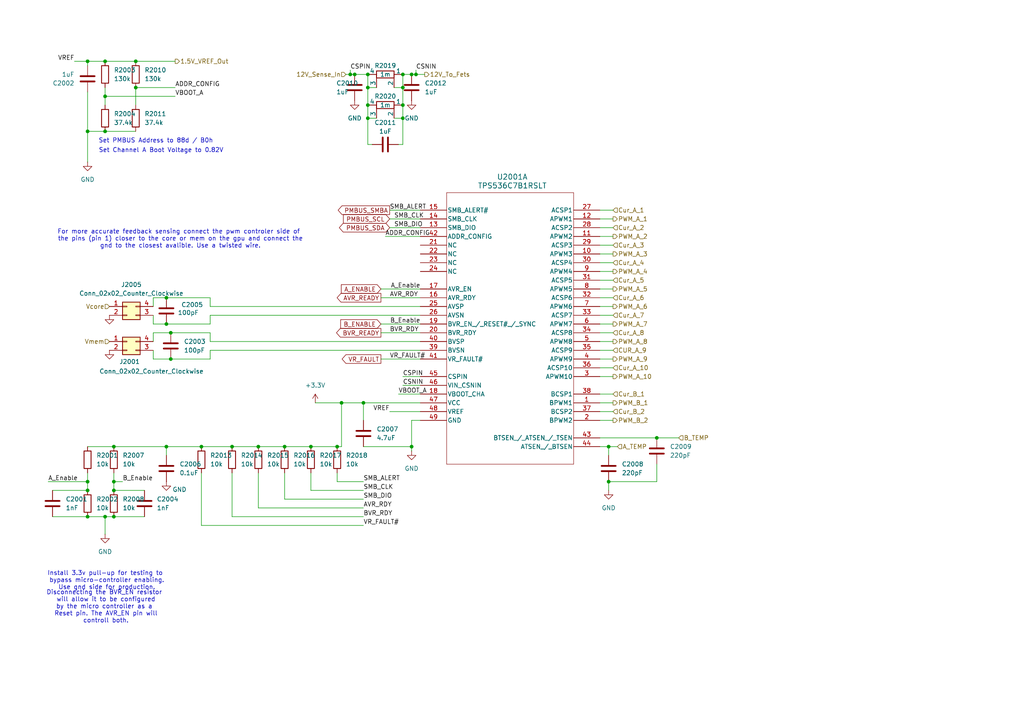
<source format=kicad_sch>
(kicad_sch (version 20231120) (generator "eeschema") (generator_version "8.0")
  (paper "A4")
  (lib_symbols
    (symbol "Connector_Generic:Conn_02x02_Counter_Clockwise" (pin_names (offset 1.016) hide)
      (property "Reference" "J" (at 1.27 2.54 0))
      (property "Value" "Conn_02x02_Counter_Clockwise" (at 1.27 -5.08 0))
      (symbol "Conn_02x02_Counter_Clockwise_1_1"
        (rectangle (start -1.27 -2.413) (end 0 -2.667) (stroke (width 0.1524)))
        (rectangle (start -1.27 0.127) (end 0 -0.127) (stroke (width 0.1524)))
        (rectangle (start -1.27 1.27) (end 3.81 -3.81) (stroke (width 0.254)) (fill (type background)))
        (rectangle (start 3.81 -2.413) (end 2.54 -2.667) (stroke (width 0.1524)))
        (rectangle (start 3.81 0.127) (end 2.54 -0.127) (stroke (width 0.1524)))
        (pin passive line (at -5.08 0 0) (length 3.81) (name "Pin_1") (number "1"))
        (pin passive line (at -5.08 -2.54 0) (length 3.81) (name "Pin_2") (number "2"))
        (pin passive line (at 7.62 -2.54 180) (length 3.81) (name "Pin_3") (number "3"))
        (pin passive line (at 7.62 0 180) (length 3.81) (name "Pin_4") (number "4"))
      )
    )
    (symbol "Device:C" (pin_numbers hide) (pin_names (offset 0.254))
      (property "Reference" "C" (at 0.635 2.54 0))
      (property "Value" "C" (at 0.635 -2.54 0))
      (symbol "C_0_1"
        (polyline (pts (xy -2.032 -0.762) (xy 2.032 -0.762)) (stroke (width 0.508)))
        (polyline (pts (xy -2.032 0.762) (xy 2.032 0.762)) (stroke (width 0.508)))
      )
      (symbol "C_1_1"
        (pin passive line (at 0 3.81 270) (length 2.794) (name "~") (number "1"))
        (pin passive line (at 0 -3.81 90) (length 2.794) (name "~") (number "2"))
      )
    )
    (symbol "Device:R" (pin_numbers hide) (pin_names (offset 0))
      (property "Reference" "R" (at 2.032 0 90))
      (property "Value" "R" (at 0 0 90))
      (symbol "R_0_1"
        (rectangle (start -1.016 -2.54) (end 1.016 2.54) (stroke (width 0.254)))
      )
      (symbol "R_1_1"
        (pin passive line (at 0 3.81 270) (length 1.27) (name "~") (number "1"))
        (pin passive line (at 0 -3.81 90) (length 1.27) (name "~") (number "2"))
      )
    )
    (symbol "Device:R_Shunt" (pin_numbers hide) (pin_names (offset 0))
      (property "Reference" "R" (at -4.445 0 90))
      (property "Value" "R_Shunt" (at -2.54 0 90))
      (symbol "R_Shunt_0_1"
        (rectangle (start -1.016 -2.54) (end 1.016 2.54) (stroke (width 0.254)))
        (polyline (pts (xy 0 -2.54) (xy 1.27 -2.54)))
        (polyline (pts (xy 1.27 2.54) (xy 0 2.54)))
      )
      (symbol "R_Shunt_1_1"
        (pin passive line (at 0 5.08 270) (length 2.54) (name "1") (number "1"))
        (pin passive line (at 3.81 2.54 180) (length 2.54) (name "2") (number "2"))
        (pin passive line (at 3.81 -2.54 180) (length 2.54) (name "3") (number "3"))
        (pin passive line (at 0 -5.08 90) (length 2.54) (name "4") (number "4"))
      )
    )
    (symbol "TPS536C7B1:TPS536C7B1RSLT" (pin_names (offset 0.254))
      (property "Reference" "U" (at 0.254 38.1 0))
      (property "Value" "TPS536C7B1RSLT" (at 0.254 35.56 0))
      (symbol "TPS536C7B1RSLT_1_1"
        (polyline (pts (xy -19.05 -45.72) (xy 17.78 -45.72)) (stroke (width 0.127)))
        (polyline (pts (xy -19.05 33.02) (xy -19.05 -45.72)) (stroke (width 0.127)))
        (polyline (pts (xy 17.78 -45.72) (xy 17.78 33.02)) (stroke (width 0.127)))
        (polyline (pts (xy 17.78 33.02) (xy -19.05 33.02)) (stroke (width 0.127)))
        (pin output line (at 25.4 -27.94 180) (length 7.62) (name "BPWM1") (number "1"))
        (pin output line (at 25.4 15.24 180) (length 7.62) (name "APWM3") (number "10"))
        (pin output line (at 25.4 20.32 180) (length 7.62) (name "APWM2") (number "11"))
        (pin output line (at 25.4 25.4 180) (length 7.62) (name "APWM1") (number "12"))
        (pin bidirectional line (at -26.67 22.86 0) (length 7.62) (name "SMB_DIO") (number "13"))
        (pin input line (at -26.67 25.4 0) (length 7.62) (name "SMB_CLK") (number "14"))
        (pin output line (at -26.67 27.94 0) (length 7.62) (name "SMB_ALERT#") (number "15"))
        (pin output line (at -26.67 2.54 0) (length 7.62) (name "AVR_RDY") (number "16"))
        (pin input line (at -26.67 5.08 0) (length 7.62) (name "AVR_EN") (number "17"))
        (pin input line (at -26.67 -25.4 0) (length 7.62) (name "VBOOT_CHA") (number "18"))
        (pin input line (at -26.67 -5.08 0) (length 7.62) (name "BVR_EN_/_RESET#_/_SYNC") (number "19"))
        (pin output line (at 25.4 -33.02 180) (length 7.62) (name "BPWM2") (number "2"))
        (pin output line (at -26.67 -7.62 0) (length 7.62) (name "BVR_RDY") (number "20"))
        (pin unspecified line (at -26.67 17.78 0) (length 7.62) (name "NC") (number "21"))
        (pin unspecified line (at -26.67 15.24 0) (length 7.62) (name "NC") (number "22"))
        (pin unspecified line (at -26.67 12.7 0) (length 7.62) (name "NC") (number "23"))
        (pin unspecified line (at -26.67 10.16 0) (length 7.62) (name "NC") (number "24"))
        (pin input line (at -26.67 0 0) (length 7.62) (name "AVSP") (number "25"))
        (pin input line (at -26.67 -2.54 0) (length 7.62) (name "AVSN") (number "26"))
        (pin input line (at 25.4 27.94 180) (length 7.62) (name "ACSP1") (number "27"))
        (pin input line (at 25.4 22.86 180) (length 7.62) (name "ACSP2") (number "28"))
        (pin input line (at 25.4 17.78 180) (length 7.62) (name "ACSP3") (number "29"))
        (pin output line (at 25.4 -20.32 180) (length 7.62) (name "APWM10") (number "3"))
        (pin input line (at 25.4 12.7 180) (length 7.62) (name "ACSP4") (number "30"))
        (pin input line (at 25.4 7.62 180) (length 7.62) (name "ACSP5") (number "31"))
        (pin input line (at 25.4 2.54 180) (length 7.62) (name "ACSP6") (number "32"))
        (pin input line (at 25.4 -2.54 180) (length 7.62) (name "ACSP7") (number "33"))
        (pin input line (at 25.4 -7.62 180) (length 7.62) (name "ACSP8") (number "34"))
        (pin input line (at 25.4 -12.7 180) (length 7.62) (name "ACSP9") (number "35"))
        (pin input line (at 25.4 -17.78 180) (length 7.62) (name "ACSP10") (number "36"))
        (pin input line (at 25.4 -30.48 180) (length 7.62) (name "BCSP2") (number "37"))
        (pin input line (at 25.4 -25.4 180) (length 7.62) (name "BCSP1") (number "38"))
        (pin input line (at -26.67 -12.7 0) (length 7.62) (name "BVSN") (number "39"))
        (pin output line (at 25.4 -15.24 180) (length 7.62) (name "APWM9") (number "4"))
        (pin input line (at -26.67 -10.16 0) (length 7.62) (name "BVSP") (number "40"))
        (pin output line (at -26.67 -15.24 0) (length 7.62) (name "VR_FAULT#") (number "41"))
        (pin input line (at -26.67 20.32 0) (length 7.62) (name "ADDR_CONFIG") (number "42"))
        (pin input line (at 25.4 -38.1 180) (length 7.62) (name "BTSEN_/_ATSEN_/_TSEN") (number "43"))
        (pin input line (at 25.4 -40.64 180) (length 7.62) (name "ATSEN_/_BTSEN") (number "44"))
        (pin input line (at -26.67 -20.32 0) (length 7.62) (name "CSPIN") (number "45"))
        (pin input line (at -26.67 -22.86 0) (length 7.62) (name "VIN_CSNIN") (number "46"))
        (pin power_in line (at -26.67 -27.94 0) (length 7.62) (name "VCC") (number "47"))
        (pin output line (at -26.67 -30.48 0) (length 7.62) (name "VREF") (number "48"))
        (pin unspecified line (at -26.67 -33.02 0) (length 7.62) (name "GND") (number "49"))
        (pin output line (at 25.4 -10.16 180) (length 7.62) (name "APWM8") (number "5"))
        (pin output line (at 25.4 -5.08 180) (length 7.62) (name "APWM7") (number "6"))
        (pin output line (at 25.4 0 180) (length 7.62) (name "APWM6") (number "7"))
        (pin output line (at 25.4 5.08 180) (length 7.62) (name "APWM5") (number "8"))
        (pin output line (at 25.4 10.16 180) (length 7.62) (name "APWM4") (number "9"))
      )
      (symbol "TPS536C7B1RSLT_2_1"
        (polyline (pts (xy -12.7 -2.54) (xy 12.7 -2.54)) (stroke (width 0.127)))
        (polyline (pts (xy -12.7 5.08) (xy -12.7 -2.54)) (stroke (width 0.127)))
        (polyline (pts (xy 12.7 -2.54) (xy 12.7 5.08)) (stroke (width 0.127)))
        (polyline (pts (xy 12.7 5.08) (xy -12.7 5.08)) (stroke (width 0.127)))
      )
    )
    (symbol "power:+3.3V" (power) (pin_numbers hide) (pin_names (offset 0) hide)
      (property "Value" "+3.3V" (at 0 3.556 0))
      (symbol "+3.3V_0_1"
        (polyline (pts (xy -0.762 1.27) (xy 0 2.54)))
        (polyline (pts (xy 0 0) (xy 0 2.54)))
        (polyline (pts (xy 0 2.54) (xy 0.762 1.27)))
      )
      (symbol "+3.3V_1_1"
        (pin power_in line (at 0 0 90) (length 0) (name "~") (number "1"))
      )
    )
    (symbol "power:GND" (power) (pin_numbers hide) (pin_names (offset 0) hide)
      (property "Value" "GND" (at 0 -3.81 0))
      (symbol "GND_0_1"
        (polyline (pts (xy 0 0) (xy 0 -1.27) (xy 1.27 -1.27) (xy 0 -2.54) (xy -1.27 -1.27) (xy 0 -1.27)))
      )
      (symbol "GND_1_1"
        (pin power_in line (at 0 0 270) (length 0) (name "~") (number "1"))
      )
    )
  )
  (junction (at 176.53 139.7))
  (junction (at 39.37 25.4))
  (junction (at 39.37 17.78))
  (junction (at 33.02 142.24))
  (junction (at 116.84 30.48))
  (junction (at 49.53 104.14))
  (junction (at 82.55 129.54))
  (junction (at 190.5 127))
  (junction (at 102.87 21.59))
  (junction (at 106.68 34.29))
  (junction (at 25.4 142.24))
  (junction (at 90.17 129.54))
  (junction (at 120.65 21.59))
  (junction (at 25.4 139.7))
  (junction (at 116.84 34.29))
  (junction (at 67.31 129.54))
  (junction (at 106.68 25.4))
  (junction (at 101.6 21.59))
  (junction (at 33.02 139.7))
  (junction (at 105.41 116.84))
  (junction (at 33.02 129.54))
  (junction (at 99.06 116.84))
  (junction (at 48.26 93.98))
  (junction (at 33.02 149.86))
  (junction (at 30.48 149.86))
  (junction (at 106.68 30.48))
  (junction (at 116.84 25.4))
  (junction (at 116.84 21.59))
  (junction (at 30.48 17.78))
  (junction (at 25.4 149.86))
  (junction (at 58.42 129.54))
  (junction (at 119.38 21.59))
  (junction (at 30.48 27.94))
  (junction (at 176.53 129.54))
  (junction (at 48.26 129.54))
  (junction (at 48.26 86.36))
  (junction (at 119.38 129.54))
  (junction (at 74.93 129.54))
  (junction (at 25.4 38.1))
  (junction (at 25.4 17.78))
  (junction (at 106.68 21.59))
  (junction (at 30.48 38.1))
  (junction (at 97.79 129.54))
  (junction (at 49.53 96.52))
  (wire (pts (xy 44.45 91.44) (xy 44.45 93.98)))
  (wire (pts (xy 48.26 86.36) (xy 44.45 86.36)))
  (wire (pts (xy 91.44 116.84) (xy 99.06 116.84)))
  (wire (pts (xy 173.99 121.92) (xy 177.8 121.92)))
  (wire (pts (xy 113.03 119.38) (xy 121.92 119.38)))
  (wire (pts (xy 60.96 101.6) (xy 121.92 101.6)))
  (wire (pts (xy 13.97 139.7) (xy 25.4 139.7)))
  (wire (pts (xy 58.42 137.16) (xy 58.42 152.4)))
  (wire (pts (xy 113.03 66.04) (xy 121.92 66.04)))
  (wire (pts (xy 173.99 88.9) (xy 177.8 88.9)))
  (wire (pts (xy 74.93 129.54) (xy 82.55 129.54)))
  (wire (pts (xy 105.41 116.84) (xy 105.41 121.92)))
  (wire (pts (xy 106.68 34.29) (xy 106.68 41.91)))
  (wire (pts (xy 116.84 109.22) (xy 121.92 109.22)))
  (wire (pts (xy 173.99 73.66) (xy 177.8 73.66)))
  (wire (pts (xy 105.41 116.84) (xy 121.92 116.84)))
  (wire (pts (xy 15.24 142.24) (xy 25.4 142.24)))
  (wire (pts (xy 25.4 38.1) (xy 30.48 38.1)))
  (wire (pts (xy 48.26 86.36) (xy 60.96 86.36)))
  (wire (pts (xy 173.99 127) (xy 190.5 127)))
  (wire (pts (xy 44.45 96.52) (xy 44.45 99.06)))
  (wire (pts (xy 49.53 96.52) (xy 60.96 96.52)))
  (wire (pts (xy 30.48 27.94) (xy 50.8 27.94)))
  (wire (pts (xy 58.42 129.54) (xy 67.31 129.54)))
  (wire (pts (xy 116.84 21.59) (xy 119.38 21.59)))
  (wire (pts (xy 121.92 88.9) (xy 60.96 88.9)))
  (wire (pts (xy 110.49 83.82) (xy 121.92 83.82)))
  (wire (pts (xy 60.96 104.14) (xy 60.96 101.6)))
  (wire (pts (xy 173.99 96.52) (xy 177.8 96.52)))
  (wire (pts (xy 39.37 25.4) (xy 50.8 25.4)))
  (wire (pts (xy 173.99 116.84) (xy 177.8 116.84)))
  (wire (pts (xy 97.79 129.54) (xy 90.17 129.54)))
  (wire (pts (xy 116.84 111.76) (xy 121.92 111.76)))
  (wire (pts (xy 44.45 104.14) (xy 49.53 104.14)))
  (wire (pts (xy 173.99 104.14) (xy 177.8 104.14)))
  (wire (pts (xy 176.53 129.54) (xy 179.07 129.54)))
  (wire (pts (xy 106.68 21.59) (xy 106.68 25.4)))
  (wire (pts (xy 97.79 137.16) (xy 97.79 139.7)))
  (wire (pts (xy 25.4 17.78) (xy 30.48 17.78)))
  (wire (pts (xy 48.26 93.98) (xy 60.96 93.98)))
  (wire (pts (xy 116.84 34.29) (xy 116.84 41.91)))
  (wire (pts (xy 60.96 93.98) (xy 60.96 91.44)))
  (wire (pts (xy 173.99 109.22) (xy 177.8 109.22)))
  (wire (pts (xy 113.03 60.96) (xy 121.92 60.96)))
  (wire (pts (xy 119.38 121.92) (xy 121.92 121.92)))
  (wire (pts (xy 33.02 139.7) (xy 33.02 142.24)))
  (wire (pts (xy 173.99 101.6) (xy 177.8 101.6)))
  (wire (pts (xy 120.65 20.32) (xy 120.65 21.59)))
  (wire (pts (xy 82.55 137.16) (xy 82.55 144.78)))
  (wire (pts (xy 41.91 142.24) (xy 33.02 142.24)))
  (wire (pts (xy 110.49 86.36) (xy 121.92 86.36)))
  (wire (pts (xy 97.79 129.54) (xy 99.06 129.54)))
  (wire (pts (xy 44.45 96.52) (xy 49.53 96.52)))
  (wire (pts (xy 97.79 139.7) (xy 105.41 139.7)))
  (wire (pts (xy 116.84 30.48) (xy 116.84 34.29)))
  (wire (pts (xy 15.24 149.86) (xy 25.4 149.86)))
  (wire (pts (xy 173.99 78.74) (xy 177.8 78.74)))
  (wire (pts (xy 111.76 68.58) (xy 121.92 68.58)))
  (wire (pts (xy 106.68 25.4) (xy 106.68 30.48)))
  (wire (pts (xy 74.93 137.16) (xy 74.93 147.32)))
  (wire (pts (xy 114.3 34.29) (xy 116.84 34.29)))
  (wire (pts (xy 74.93 147.32) (xy 105.41 147.32)))
  (wire (pts (xy 173.99 81.28) (xy 177.8 81.28)))
  (wire (pts (xy 60.96 88.9) (xy 60.96 86.36)))
  (wire (pts (xy 110.49 96.52) (xy 121.92 96.52)))
  (wire (pts (xy 106.68 25.4) (xy 109.22 25.4)))
  (wire (pts (xy 173.99 86.36) (xy 177.8 86.36)))
  (wire (pts (xy 115.57 114.3) (xy 121.92 114.3)))
  (wire (pts (xy 21.59 17.78) (xy 25.4 17.78)))
  (wire (pts (xy 25.4 149.86) (xy 30.48 149.86)))
  (wire (pts (xy 190.5 139.7) (xy 190.5 134.62)))
  (wire (pts (xy 115.57 41.91) (xy 116.84 41.91)))
  (wire (pts (xy 173.99 68.58) (xy 177.8 68.58)))
  (wire (pts (xy 30.48 25.4) (xy 30.48 27.94)))
  (wire (pts (xy 114.3 25.4) (xy 116.84 25.4)))
  (wire (pts (xy 48.26 129.54) (xy 58.42 129.54)))
  (wire (pts (xy 173.99 99.06) (xy 177.8 99.06)))
  (wire (pts (xy 67.31 137.16) (xy 67.31 149.86)))
  (wire (pts (xy 110.49 104.14) (xy 121.92 104.14)))
  (wire (pts (xy 48.26 129.54) (xy 48.26 132.08)))
  (wire (pts (xy 30.48 17.78) (xy 39.37 17.78)))
  (wire (pts (xy 82.55 144.78) (xy 105.41 144.78)))
  (wire (pts (xy 60.96 91.44) (xy 121.92 91.44)))
  (wire (pts (xy 58.42 152.4) (xy 105.41 152.4)))
  (wire (pts (xy 39.37 25.4) (xy 39.37 30.48)))
  (wire (pts (xy 49.53 104.14) (xy 60.96 104.14)))
  (wire (pts (xy 30.48 149.86) (xy 30.48 154.94)))
  (wire (pts (xy 25.4 38.1) (xy 25.4 46.99)))
  (wire (pts (xy 173.99 93.98) (xy 177.8 93.98)))
  (wire (pts (xy 67.31 149.86) (xy 105.41 149.86)))
  (wire (pts (xy 33.02 137.16) (xy 33.02 139.7)))
  (wire (pts (xy 25.4 19.05) (xy 25.4 17.78)))
  (wire (pts (xy 25.4 137.16) (xy 25.4 139.7)))
  (wire (pts (xy 25.4 26.67) (xy 25.4 38.1)))
  (wire (pts (xy 110.49 93.98) (xy 121.92 93.98)))
  (wire (pts (xy 90.17 137.16) (xy 90.17 142.24)))
  (wire (pts (xy 119.38 129.54) (xy 119.38 130.81)))
  (wire (pts (xy 173.99 106.68) (xy 177.8 106.68)))
  (wire (pts (xy 173.99 91.44) (xy 177.8 91.44)))
  (wire (pts (xy 173.99 60.96) (xy 177.8 60.96)))
  (wire (pts (xy 101.6 21.59) (xy 102.87 21.59)))
  (wire (pts (xy 113.03 63.5) (xy 121.92 63.5)))
  (wire (pts (xy 173.99 129.54) (xy 176.53 129.54)))
  (wire (pts (xy 44.45 101.6) (xy 44.45 104.14)))
  (wire (pts (xy 30.48 38.1) (xy 39.37 38.1)))
  (wire (pts (xy 25.4 139.7) (xy 25.4 142.24)))
  (wire (pts (xy 33.02 129.54) (xy 48.26 129.54)))
  (wire (pts (xy 82.55 129.54) (xy 90.17 129.54)))
  (wire (pts (xy 190.5 127) (xy 196.85 127)))
  (wire (pts (xy 99.06 116.84) (xy 105.41 116.84)))
  (wire (pts (xy 173.99 119.38) (xy 177.8 119.38)))
  (wire (pts (xy 116.84 21.59) (xy 116.84 25.4)))
  (wire (pts (xy 30.48 27.94) (xy 30.48 30.48)))
  (wire (pts (xy 119.38 21.59) (xy 120.65 21.59)))
  (wire (pts (xy 120.65 21.59) (xy 123.19 21.59)))
  (wire (pts (xy 173.99 63.5) (xy 177.8 63.5)))
  (wire (pts (xy 101.6 20.32) (xy 101.6 21.59)))
  (wire (pts (xy 33.02 139.7) (xy 35.56 139.7)))
  (wire (pts (xy 106.68 41.91) (xy 107.95 41.91)))
  (wire (pts (xy 100.33 21.59) (xy 101.6 21.59)))
  (wire (pts (xy 39.37 17.78) (xy 50.8 17.78)))
  (wire (pts (xy 119.38 121.92) (xy 119.38 129.54)))
  (wire (pts (xy 173.99 83.82) (xy 177.8 83.82)))
  (wire (pts (xy 67.31 129.54) (xy 74.93 129.54)))
  (wire (pts (xy 173.99 71.12) (xy 177.8 71.12)))
  (wire (pts (xy 173.99 76.2) (xy 177.8 76.2)))
  (wire (pts (xy 176.53 129.54) (xy 176.53 132.08)))
  (wire (pts (xy 44.45 93.98) (xy 48.26 93.98)))
  (wire (pts (xy 173.99 114.3) (xy 177.8 114.3)))
  (wire (pts (xy 44.45 86.36) (xy 44.45 88.9)))
  (wire (pts (xy 116.84 25.4) (xy 116.84 30.48)))
  (wire (pts (xy 60.96 96.52) (xy 60.96 99.06)))
  (wire (pts (xy 106.68 34.29) (xy 109.22 34.29)))
  (wire (pts (xy 176.53 139.7) (xy 176.53 142.24)))
  (wire (pts (xy 99.06 116.84) (xy 99.06 129.54)))
  (wire (pts (xy 30.48 149.86) (xy 33.02 149.86)))
  (wire (pts (xy 33.02 129.54) (xy 25.4 129.54)))
  (wire (pts (xy 105.41 129.54) (xy 119.38 129.54)))
  (wire (pts (xy 173.99 66.04) (xy 177.8 66.04)))
  (wire (pts (xy 102.87 21.59) (xy 106.68 21.59)))
  (wire (pts (xy 33.02 149.86) (xy 41.91 149.86)))
  (wire (pts (xy 176.53 139.7) (xy 190.5 139.7)))
  (wire (pts (xy 106.68 30.48) (xy 106.68 34.29)))
  (wire (pts (xy 60.96 99.06) (xy 121.92 99.06)))
  (wire (pts (xy 90.17 142.24) (xy 105.41 142.24)))
  (text "Install 3.3v pull-up for testing to \nbypass micro-controller enabling.\nUse gnd side for production." (at 30.988 168.402 0) (effects (font (size 1.27 1.27))))
  (text "Set Channel A Boot Voltage to 0.82V" (at 46.736 43.688 0) (effects (font (size 1.27 1.27))))
  (text "Set PMBUS Address to 88d / B0h" (at 45.212 40.894 0) (effects (font (size 1.27 1.27))))
  (text "Disconnecting the BVR_EN resistor \nwill allow it to be configured\nby the micro controller as a \nReset pin. The AVR_EN pin will\ncontroll both." (at 30.734 176.022 0) (effects (font (size 1.27 1.27))))
  (text "For more accurate feedback sensing connect the pwm controler side of \nthe pins (pin 1) closer to the core or mem on the gpu and connect the\ngnd to the closest avalible. Use a twisted wire." (at 52.324 69.342 0) (effects (font (size 1.27 1.27))))
  (label "CSPIN" (at 101.6 20.32 0))
  (label "CSPIN" (at 116.84 109.22 0))
  (label "VBOOT_A" (at 115.57 114.3 0))
  (label "VR_FAULT#" (at 113.03 104.14 0))
  (label "ADDR_CONFIG" (at 111.76 68.58 0))
  (label "B_Enable" (at 35.56 139.7 0))
  (label "VBOOT_A" (at 50.8 27.94 0))
  (label "B_Enable" (at 121.92 93.98 180))
  (label "AVR_RDY" (at 113.03 86.36 0))
  (label "VREF" (at 113.03 119.38 180))
  (label "CSNIN" (at 120.65 20.32 0))
  (label "VREF" (at 21.59 17.78 180))
  (label "CSNIN" (at 116.84 111.76 0))
  (label "ADDR_CONFIG" (at 50.8 25.4 0))
  (label "SMB_CLK" (at 105.41 142.24 0))
  (label "SMB_ALERT" (at 105.41 139.7 0))
  (label "SMB_CLK" (at 114.3 63.5 0))
  (label "AVR_RDY" (at 105.41 147.32 0))
  (label "BVR_RDY" (at 113.03 96.52 0))
  (label "SMB_ALERT" (at 113.03 60.96 0))
  (label "VR_FAULT#" (at 105.41 152.4 0))
  (label "BVR_RDY" (at 105.41 149.86 0))
  (label "A_Enable" (at 121.92 83.82 180))
  (label "SMB_DIO" (at 114.3 66.04 0))
  (label "SMB_DIO" (at 105.41 144.78 0))
  (label "A_Enable" (at 13.97 139.7 0))
  (global_label "A_ENABLE" (shape input) (at 110.49 83.82 180) (property "Intersheetrefs" "${INTERSHEET_REFS}" (effects (hide yes))))
  (global_label "PMBUS_SMBA" (shape output) (at 113.03 60.96 180) (property "Intersheetrefs" "${INTERSHEET_REFS}" (effects (hide yes))))
  (global_label "BVR_READY" (shape output) (at 110.49 96.52 180) (property "Intersheetrefs" "${INTERSHEET_REFS}" (effects (hide yes))))
  (global_label "PMBUS_SCL" (shape input) (at 113.03 63.5 180) (property "Intersheetrefs" "${INTERSHEET_REFS}" (effects (hide yes))))
  (global_label "B_ENABLE" (shape input) (at 110.49 93.98 180) (property "Intersheetrefs" "${INTERSHEET_REFS}" (effects (hide yes))))
  (global_label "VR_FAULT" (shape output) (at 110.49 104.14 180) (property "Intersheetrefs" "${INTERSHEET_REFS}" (effects (hide yes))))
  (global_label "PMBUS_SDA" (shape bidirectional) (at 113.03 66.04 180) (property "Intersheetrefs" "${INTERSHEET_REFS}" (effects (hide yes))))
  (global_label "AVR_READY" (shape output) (at 110.49 86.36 180) (property "Intersheetrefs" "${INTERSHEET_REFS}" (effects (hide yes))))
  (hierarchical_label "Vmem" (shape input) (at 31.75 99.06 180))
  (hierarchical_label "12V_Sense_In" (shape input) (at 100.33 21.59 180))
  (hierarchical_label "Cur_A_6" (shape input) (at 177.8 86.36 0))
  (hierarchical_label "Cur_A_5" (shape input) (at 177.8 81.28 0))
  (hierarchical_label "A_TEMP" (shape input) (at 179.07 129.54 0))
  (hierarchical_label "PWM_A_2" (shape output) (at 177.8 68.58 0))
  (hierarchical_label "Cur_B_2" (shape input) (at 177.8 119.38 0))
  (hierarchical_label "Cur_A_7" (shape input) (at 177.8 91.44 0))
  (hierarchical_label "Cur_B_1" (shape input) (at 177.8 114.3 0))
  (hierarchical_label "PWM_A_8" (shape output) (at 177.8 99.06 0))
  (hierarchical_label "CUR_A_9" (shape input) (at 177.8 101.6 0))
  (hierarchical_label "PWM_A_7" (shape output) (at 177.8 93.98 0))
  (hierarchical_label "12V_To_Fets" (shape output) (at 123.19 21.59 0))
  (hierarchical_label "PWM_A_9" (shape output) (at 177.8 104.14 0))
  (hierarchical_label "B_TEMP" (shape input) (at 196.85 127 0))
  (hierarchical_label "Cur_A_10" (shape input) (at 177.8 106.68 0))
  (hierarchical_label "Cur_A_2" (shape input) (at 177.8 66.04 0))
  (hierarchical_label "Cur_A_4" (shape input) (at 177.8 76.2 0))
  (hierarchical_label "Vcore" (shape input) (at 31.75 88.9 180))
  (hierarchical_label "Cur_A_3" (shape input) (at 177.8 71.12 0))
  (hierarchical_label "PWM_A_5" (shape output) (at 177.8 83.82 0))
  (hierarchical_label "PWM_A_1" (shape output) (at 177.8 63.5 0))
  (hierarchical_label "Cur_A_1" (shape input) (at 177.8 60.96 0))
  (hierarchical_label "PWM_A_3" (shape output) (at 177.8 73.66 0))
  (hierarchical_label "PWM_A_6" (shape output) (at 177.8 88.9 0))
  (hierarchical_label "1.5V_VREF_Out" (shape output) (at 50.8 17.78 0))
  (hierarchical_label "PWM_B_2" (shape output) (at 177.8 121.92 0))
  (hierarchical_label "Cur_A_8" (shape input) (at 177.8 96.52 0))
  (hierarchical_label "PWM_A_4" (shape output) (at 177.8 78.74 0))
  (hierarchical_label "PWM_B_1" (shape output) (at 177.8 116.84 0))
  (hierarchical_label "PWM_A_10" (shape output) (at 177.8 109.22 0))
  (symbol (lib_id "Device:C") (at 15.24 146.05 0) (unit 1)
    (property "Reference" "C2001" (at 19.05 144.7799 0) (effects (justify left)))
    (property "Value" "1nF" (at 19.05 147.3199 0) (effects (justify left)))
    (property "Footprint" "Capacitor_SMD:C_0402_1005Metric" (effects (hide yes)))
    (property "Datasheet" "https://jlcpcb.com/partdetail/1875-0402B102K500NT/C1523" (effects (hide yes)))
    (property "Description" "Unpolarized capacitor" (effects (hide yes)))
    (property "LCSC Part Number" "C1523" (effects (hide yes)))
  )
  (symbol (lib_id "Device:R") (at 39.37 21.59 0) (unit 1)
    (property "Reference" "R2010" (at 41.91 20.3199 0) (effects (justify left)))
    (property "Value" "130k" (at 41.91 22.8599 0) (effects (justify left)))
    (property "Footprint" "Resistor_SMD:R_0603_1608Metric" (effects (hide yes)))
    (property "Datasheet" "https://jlcpcb.com/partdetail/23522-0603WAF1303T5E/C22795" (effects (hide yes)))
    (property "Description" "Resistor" (effects (hide yes)))
    (property "LCSC Part Number" "C22795" (effects (hide yes)))
  )
  (symbol (lib_id "Connector_Generic:Conn_02x02_Counter_Clockwise") (at 36.83 88.9 0) (unit 1)
    (property "Reference" "J2005" (at 38.1 82.55 0))
    (property "Value" "Conn_02x02_Counter_Clockwise" (at 38.1 85.09 0))
    (property "Footprint" "Connector_PinHeader_2.54mm:PinHeader_2x02_P2.54mm_Vertical" (effects (hide yes)))
    (property "Description" "Generic connector, double row, 02x02, counter clockwise pin numbering scheme (similar to DIP package numbering), script generated (kicad-library-utils/schlib/autogen/connector/)" (effects (hide yes)))
    (property "LCSC Part Number" "C66690" (effects (hide yes)))
  )
  (symbol (lib_id "Device:C") (at 176.53 135.89 0) (unit 1)
    (property "Reference" "C2008" (at 180.34 134.6199 0) (effects (justify left)))
    (property "Value" "220pF" (at 180.34 137.1599 0) (effects (justify left)))
    (property "Footprint" "Capacitor_SMD:C_0402_1005Metric" (effects (hide yes)))
    (property "Datasheet" "https://jlcpcb.com/partdetail/1882-0402B221K500NT/C1530" (effects (hide yes)))
    (property "Description" "Unpolarized capacitor" (effects (hide yes)))
    (property "LCSC Part Number" "C1530" (effects (hide yes)))
  )
  (symbol (lib_id "Device:R") (at 33.02 133.35 0) (unit 1)
    (property "Reference" "R2007" (at 35.56 132.0799 0) (effects (justify left)))
    (property "Value" "10k" (at 35.56 134.6199 0) (effects (justify left)))
    (property "Footprint" "Resistor_SMD:R_0805_2012Metric" (effects (hide yes)))
    (property "Datasheet" "https://jlcpcb.com/partdetail/18102-0805W8F1002T5E/C17414" (effects (hide yes)))
    (property "Description" "Resistor" (effects (hide yes)))
    (property "LCSC Part Number" "C17414" (effects (hide yes)))
  )
  (symbol (lib_id "Device:C") (at 119.38 25.4 0) (unit 1)
    (property "Reference" "C2012" (at 123.19 24.1299 0) (effects (justify left)))
    (property "Value" "1uF" (at 123.19 26.6699 0) (effects (justify left)))
    (property "Footprint" "Capacitor_SMD:C_0402_1005Metric" (effects (hide yes)))
    (property "Datasheet" "https://jlcpcb.com/partdetail/15107-CL05A105KP5NNNC/C14445" (effects (hide yes)))
    (property "Description" "Unpolarized capacitor" (effects (hide yes)))
    (property "LCSC Part Number" "C14445" (effects (hide yes)))
  )
  (symbol (lib_id "Connector_Generic:Conn_02x02_Counter_Clockwise") (at 36.83 99.06 0) (unit 1)
    (property "Reference" "J2001" (at 37.592 104.902 0))
    (property "Value" "Conn_02x02_Counter_Clockwise" (at 43.942 107.696 0))
    (property "Footprint" "Connector_PinHeader_2.54mm:PinHeader_2x02_P2.54mm_Vertical" (effects (hide yes)))
    (property "Description" "Generic connector, double row, 02x02, counter clockwise pin numbering scheme (similar to DIP package numbering), script generated (kicad-library-utils/schlib/autogen/connector/)" (effects (hide yes)))
    (property "LCSC Part Number" "C66690" (effects (hide yes)))
  )
  (symbol (lib_id "power:GND") (at 30.48 154.94 0) (unit 1)
    (property "Reference" "#PWR02003" (effects (hide yes)))
    (property "Value" "GND" (at 30.48 160.02 0))
    (property "Description" "Power symbol creates a global label with name \"GND\" , ground" (effects (hide yes)))
  )
  (symbol (lib_id "Device:C") (at 102.87 25.4 0) (unit 1)
    (property "Reference" "C2010" (at 97.536 24.13 0) (effects (justify left)))
    (property "Value" "1uF" (at 97.536 26.67 0) (effects (justify left)))
    (property "Footprint" "Capacitor_SMD:C_0402_1005Metric" (effects (hide yes)))
    (property "Datasheet" "https://jlcpcb.com/partdetail/15107-CL05A105KP5NNNC/C14445" (effects (hide yes)))
    (property "Description" "Unpolarized capacitor" (effects (hide yes)))
    (property "LCSC Part Number" "C14445" (effects (hide yes)))
  )
  (symbol (lib_id "power:+3.3V") (at 91.44 116.84 0) (unit 1)
    (property "Reference" "#PWR02010" (effects (hide yes)))
    (property "Value" "+3.3V" (at 91.44 111.76 0))
    (property "Description" "Power symbol creates a global label with name \"+3.3V\"" (effects (hide yes)))
  )
  (symbol (lib_id "Device:C") (at 105.41 125.73 0) (unit 1)
    (property "Reference" "C2007" (at 109.22 124.4599 0) (effects (justify left)))
    (property "Value" "4.7uF" (at 109.22 126.9999 0) (effects (justify left)))
    (property "Footprint" "Capacitor_SMD:C_0402_1005Metric" (effects (hide yes)))
    (property "Datasheet" "https://jlcpcb.com/partdetail/24469-CL05A475MP5NRNC/C23733" (effects (hide yes)))
    (property "Description" "Unpolarized capacitor" (effects (hide yes)))
    (property "LCSC Part Number" "C23733" (effects (hide yes)))
  )
  (symbol (lib_id "Device:C") (at 25.4 22.86 180) (unit 1)
    (property "Reference" "C2002" (at 21.59 24.1301 0) (effects (justify left)))
    (property "Value" "1uF" (at 21.59 21.5901 0) (effects (justify left)))
    (property "Footprint" "Capacitor_SMD:C_0402_1005Metric" (effects (hide yes)))
    (property "Datasheet" "https://jlcpcb.com/partdetail/15107-CL05A105KP5NNNC/C14445" (effects (hide yes)))
    (property "Description" "Unpolarized capacitor" (effects (hide yes)))
    (property "LCSC Part Number" "C14445" (effects (hide yes)))
  )
  (symbol (lib_id "Device:C") (at 111.76 41.91 90) (unit 1)
    (property "Reference" "C2011" (at 111.76 35.56 90))
    (property "Value" "1uF" (at 111.76 38.1 90))
    (property "Footprint" "Capacitor_SMD:C_0402_1005Metric" (effects (hide yes)))
    (property "Datasheet" "https://jlcpcb.com/partdetail/15107-CL05A105KP5NNNC/C14445" (effects (hide yes)))
    (property "Description" "Unpolarized capacitor" (effects (hide yes)))
    (property "LCSC Part Number" "C14445" (effects (hide yes)))
  )
  (symbol (lib_id "Device:C") (at 48.26 90.17 0) (unit 1)
    (property "Reference" "C2005" (at 52.578 88.392 0) (effects (justify left)))
    (property "Value" "100pF" (at 51.562 90.678 0) (effects (justify left)))
    (property "Footprint" "Capacitor_SMD:C_0402_1005Metric" (effects (hide yes)))
    (property "Datasheet" "https://jlcpcb.com/partdetail/1898-0402CG101J500NT/C1546" (effects (hide yes)))
    (property "Description" "Unpolarized capacitor" (effects (hide yes)))
    (property "LCSC Part Number" "C1546" (effects (hide yes)))
  )
  (symbol (lib_id "Device:R") (at 25.4 146.05 0) (unit 1)
    (property "Reference" "R2002" (at 27.94 144.7799 0) (effects (justify left)))
    (property "Value" "10k" (at 27.94 147.3199 0) (effects (justify left)))
    (property "Footprint" "Resistor_SMD:R_0805_2012Metric" (effects (hide yes)))
    (property "Datasheet" "https://jlcpcb.com/partdetail/18102-0805W8F1002T5E/C17414" (effects (hide yes)))
    (property "Description" "Resistor" (effects (hide yes)))
    (property "LCSC Part Number" "C17414" (effects (hide yes)))
  )
  (symbol (lib_id "Device:R") (at 58.42 133.35 0) (unit 1)
    (property "Reference" "R2013" (at 60.96 132.0799 0) (effects (justify left)))
    (property "Value" "10k" (at 60.96 134.6199 0) (effects (justify left)))
    (property "Footprint" "Resistor_SMD:R_0201_0603Metric" (effects (hide yes)))
    (property "Datasheet" "https://jlcpcb.com/partdetail/LizElec-CR0201FH1002G/C100126" (effects (hide yes)))
    (property "Description" "Resistor" (effects (hide yes)))
    (property "LCSC Part Number" "C100126" (effects (hide yes)))
  )
  (symbol (lib_id "Device:R") (at 30.48 34.29 0) (unit 1)
    (property "Reference" "R2004" (at 33.02 33.0199 0) (effects (justify left)))
    (property "Value" "37.4k" (at 33.02 35.5599 0) (effects (justify left)))
    (property "Footprint" "Resistor_SMD:R_0402_1005Metric" (effects (hide yes)))
    (property "Datasheet" "https://jlcpcb.com/partdetail/26631-0402WGF3742TCE/C25888" (effects (hide yes)))
    (property "Description" "Resistor" (effects (hide yes)))
    (property "LCSC Part Number" "C25888" (effects (hide yes)))
  )
  (symbol (lib_id "power:GND") (at 176.53 142.24 0) (unit 1)
    (property "Reference" "#PWR02007" (effects (hide yes)))
    (property "Value" "GND" (at 176.53 147.32 0))
    (property "Description" "Power symbol creates a global label with name \"GND\" , ground" (effects (hide yes)))
  )
  (symbol (lib_id "power:GND") (at 119.38 29.21 0) (unit 1)
    (property "Reference" "#PWR02009" (effects (hide yes)))
    (property "Value" "GND" (at 119.38 34.29 0))
    (property "Description" "Power symbol creates a global label with name \"GND\" , ground" (effects (hide yes)))
  )
  (symbol (lib_id "power:GND") (at 119.38 130.81 0) (unit 1)
    (property "Reference" "#PWR02006" (effects (hide yes)))
    (property "Value" "GND" (at 119.38 135.89 0))
    (property "Description" "Power symbol creates a global label with name \"GND\" , ground" (effects (hide yes)))
  )
  (symbol (lib_id "power:GND") (at 25.4 46.99 0) (unit 1)
    (property "Reference" "#PWR02001" (effects (hide yes)))
    (property "Value" "GND" (at 25.4 52.07 0))
    (property "Description" "Power symbol creates a global label with name \"GND\" , ground" (effects (hide yes)))
  )
  (symbol (lib_id "Device:R_Shunt") (at 111.76 21.59 270) (unit 1)
    (property "Reference" "R2019" (at 111.76 19.05 90))
    (property "Value" "1m" (at 111.76 21.59 90))
    (property "Footprint" "Resistor_SMD:R_Shunt_Vishay_WSK2512_6332Metric_T1.19mm" (effects (hide yes)))
    (property "Datasheet" "https://jlcpcb.com/partdetail/Ever_OhmsTech-MA251220FR001MZ/C252657" (effects (hide yes)))
    (property "Description" "Shunt resistor" (effects (hide yes)))
    (property "LCSC Part Number" "C252657" (effects (hide yes)))
  )
  (symbol (lib_id "Device:R_Shunt") (at 111.76 30.48 270) (unit 1)
    (property "Reference" "R2020" (at 111.76 27.94 90))
    (property "Value" "1m" (at 111.76 30.48 90))
    (property "Footprint" "Resistor_SMD:R_Shunt_Vishay_WSK2512_6332Metric_T1.19mm" (effects (hide yes)))
    (property "Datasheet" "https://jlcpcb.com/partdetail/Ever_OhmsTech-MA251220FR001MZ/C252657" (effects (hide yes)))
    (property "Description" "Shunt resistor" (effects (hide yes)))
    (property "LCSC Part Number" "C252657" (effects (hide yes)))
  )
  (symbol (lib_id "Device:C") (at 190.5 130.81 0) (unit 1)
    (property "Reference" "C2009" (at 194.31 129.5399 0) (effects (justify left)))
    (property "Value" "220pF" (at 194.31 132.0799 0) (effects (justify left)))
    (property "Footprint" "Capacitor_SMD:C_0402_1005Metric" (effects (hide yes)))
    (property "Datasheet" "https://jlcpcb.com/partdetail/1882-0402B221K500NT/C1530" (effects (hide yes)))
    (property "Description" "Unpolarized capacitor" (effects (hide yes)))
    (property "LCSC Part Number" "C1530" (effects (hide yes)))
  )
  (symbol (lib_id "Device:R") (at 97.79 133.35 0) (unit 1)
    (property "Reference" "R2018" (at 100.33 132.0799 0) (effects (justify left)))
    (property "Value" "10k" (at 100.33 134.6199 0) (effects (justify left)))
    (property "Footprint" "Resistor_SMD:R_0201_0603Metric" (effects (hide yes)))
    (property "Datasheet" "https://jlcpcb.com/partdetail/LizElec-CR0201FH1002G/C100126" (effects (hide yes)))
    (property "Description" "Resistor" (effects (hide yes)))
    (property "LCSC Part Number" "C100126" (effects (hide yes)))
  )
  (symbol (lib_id "Device:C") (at 48.26 135.89 0) (unit 1)
    (property "Reference" "C2006" (at 52.07 134.6199 0) (effects (justify left)))
    (property "Value" "0.1uF" (at 52.07 137.1599 0) (effects (justify left)))
    (property "Footprint" "Capacitor_SMD:C_0402_1005Metric" (effects (hide yes)))
    (property "Datasheet" "https://jlcpcb.com/partdetail/1933-0402F104M500NT/C1581" (effects (hide yes)))
    (property "Description" "Unpolarized capacitor" (effects (hide yes)))
    (property "LCSC Part Number" "C1581" (effects (hide yes)))
  )
  (symbol (lib_id "Device:C") (at 41.91 146.05 0) (unit 1)
    (property "Reference" "C2004" (at 45.466 144.78 0) (effects (justify left)))
    (property "Value" "1nF" (at 45.466 147.32 0) (effects (justify left)))
    (property "Footprint" "Capacitor_SMD:C_0402_1005Metric" (effects (hide yes)))
    (property "Datasheet" "https://jlcpcb.com/partdetail/1875-0402B102K500NT/C1523" (effects (hide yes)))
    (property "Description" "Unpolarized capacitor" (effects (hide yes)))
    (property "LCSC Part Number" "C1523" (effects (hide yes)))
  )
  (symbol (lib_id "Device:R") (at 25.4 133.35 0) (unit 1)
    (property "Reference" "R2001" (at 27.94 132.0799 0) (effects (justify left)))
    (property "Value" "10k" (at 27.94 134.6199 0) (effects (justify left)))
    (property "Footprint" "Resistor_SMD:R_0805_2012Metric" (effects (hide yes)))
    (property "Datasheet" "https://jlcpcb.com/partdetail/18102-0805W8F1002T5E/C17414" (effects (hide yes)))
    (property "Description" "Resistor" (effects (hide yes)))
    (property "LCSC Part Number" "C17414" (effects (hide yes)))
  )
  (symbol (lib_id "Device:R") (at 74.93 133.35 0) (unit 1)
    (property "Reference" "R2015" (at 77.47 132.0799 0) (effects (justify left)))
    (property "Value" "10k" (at 77.47 134.6199 0) (effects (justify left)))
    (property "Footprint" "Resistor_SMD:R_0201_0603Metric" (effects (hide yes)))
    (property "Datasheet" "https://jlcpcb.com/partdetail/LizElec-CR0201FH1002G/C100126" (effects (hide yes)))
    (property "Description" "Resistor" (effects (hide yes)))
    (property "LCSC Part Number" "C100126" (effects (hide yes)))
  )
  (symbol (lib_id "power:GND") (at 48.26 139.7 0) (unit 1)
    (property "Reference" "#PWR02005" (effects (hide yes)))
    (property "Value" "GND" (at 52.07 141.986 0))
    (property "Description" "Power symbol creates a global label with name \"GND\" , ground" (effects (hide yes)))
  )
  (symbol (lib_id "Device:R") (at 67.31 133.35 0) (unit 1)
    (property "Reference" "R2014" (at 69.85 132.0799 0) (effects (justify left)))
    (property "Value" "10k" (at 69.85 134.6199 0) (effects (justify left)))
    (property "Footprint" "Resistor_SMD:R_0201_0603Metric" (effects (hide yes)))
    (property "Datasheet" "https://jlcpcb.com/partdetail/LizElec-CR0201FH1002G/C100126" (effects (hide yes)))
    (property "Description" "Resistor" (effects (hide yes)))
    (property "LCSC Part Number" "C100126" (effects (hide yes)))
  )
  (symbol (lib_id "Device:C") (at 49.53 100.33 0) (unit 1)
    (property "Reference" "C2003" (at 53.34 99.0599 0) (effects (justify left)))
    (property "Value" "100pF" (at 53.34 101.5999 0) (effects (justify left)))
    (property "Footprint" "Capacitor_SMD:C_0402_1005Metric" (effects (hide yes)))
    (property "Datasheet" "https://jlcpcb.com/partdetail/1898-0402CG101J500NT/C1546" (effects (hide yes)))
    (property "Description" "Unpolarized capacitor" (effects (hide yes)))
    (property "LCSC Part Number" "C1546" (effects (hide yes)))
  )
  (symbol (lib_id "TPS536C7B1:TPS536C7B1RSLT") (at 148.59 88.9 0) (unit 1)
    (property "Reference" "U2001" (at 148.59 51.308 0) (effects (font (size 1.524 1.524))))
    (property "Value" "TPS536C7B1RSLT" (at 148.59 53.848 0) (effects (font (size 1.524 1.524))))
    (property "Footprint" "work:QFN48_6X6_TEX" (effects (hide yes)))
    (property "Datasheet" "https://jlcpcb.com/partdetail/TexasInstruments-TPS536C7B1RSLR/C3189587" (effects (hide yes)))
    (property "LCSC Part Number" "C3189587" (effects (hide yes)))
  )
  (symbol (lib_id "power:GND") (at 102.87 29.21 0) (unit 1)
    (property "Reference" "#PWR02008" (effects (hide yes)))
    (property "Value" "GND" (at 102.87 34.29 0))
    (property "Description" "Power symbol creates a global label with name \"GND\" , ground" (effects (hide yes)))
  )
  (symbol (lib_id "Device:R") (at 39.37 34.29 0) (unit 1)
    (property "Reference" "R2011" (at 41.91 33.0199 0) (effects (justify left)))
    (property "Value" "37.4k" (at 41.91 35.5599 0) (effects (justify left)))
    (property "Footprint" "Resistor_SMD:R_0402_1005Metric" (effects (hide yes)))
    (property "Datasheet" "https://jlcpcb.com/partdetail/26631-0402WGF3742TCE/C25888" (effects (hide yes)))
    (property "Description" "Resistor" (effects (hide yes)))
    (property "LCSC Part Number" "C25888" (effects (hide yes)))
  )
  (symbol (lib_id "Device:R") (at 30.48 21.59 0) (unit 1)
    (property "Reference" "R2003" (at 33.02 20.3199 0) (effects (justify left)))
    (property "Value" "130k" (at 33.02 22.8599 0) (effects (justify left)))
    (property "Footprint" "Resistor_SMD:R_0603_1608Metric" (effects (hide yes)))
    (property "Datasheet" "https://jlcpcb.com/partdetail/23522-0603WAF1303T5E/C22795" (effects (hide yes)))
    (property "Description" "Resistor" (effects (hide yes)))
    (property "LCSC Part Number" "C22795" (effects (hide yes)))
  )
  (symbol (lib_id "power:GND") (at 31.75 91.44 0) (unit 1)
    (property "Reference" "#PWR02004" (effects (hide yes)))
    (property "Value" "GND" (effects (hide yes)))
    (property "Description" "Power symbol creates a global label with name \"GND\" , ground" (effects (hide yes)))
  )
  (symbol (lib_id "power:GND") (at 31.75 101.6 0) (unit 1)
    (property "Reference" "#PWR02002" (effects (hide yes)))
    (property "Value" "GND" (effects (hide yes)))
    (property "Description" "Power symbol creates a global label with name \"GND\" , ground" (effects (hide yes)))
  )
  (symbol (lib_id "Device:R") (at 33.02 146.05 0) (unit 1)
    (property "Reference" "R2008" (at 35.56 144.7799 0) (effects (justify left)))
    (property "Value" "10k" (at 35.56 147.3199 0) (effects (justify left)))
    (property "Footprint" "Resistor_SMD:R_0805_2012Metric" (effects (hide yes)))
    (property "Datasheet" "https://jlcpcb.com/partdetail/18102-0805W8F1002T5E/C17414" (effects (hide yes)))
    (property "Description" "Resistor" (effects (hide yes)))
    (property "LCSC Part Number" "C17414" (effects (hide yes)))
  )
  (symbol (lib_id "Device:R") (at 90.17 133.35 0) (unit 1)
    (property "Reference" "R2017" (at 92.71 132.0799 0) (effects (justify left)))
    (property "Value" "10k" (at 92.71 134.6199 0) (effects (justify left)))
    (property "Footprint" "Resistor_SMD:R_0201_0603Metric" (effects (hide yes)))
    (property "Datasheet" "https://jlcpcb.com/partdetail/LizElec-CR0201FH1002G/C100126" (effects (hide yes)))
    (property "Description" "Resistor" (effects (hide yes)))
    (property "LCSC Part Number" "C100126" (effects (hide yes)))
  )
  (symbol (lib_id "Device:R") (at 82.55 133.35 0) (unit 1)
    (property "Reference" "R2016" (at 85.09 132.0799 0) (effects (justify left)))
    (property "Value" "10k" (at 85.09 134.6199 0) (effects (justify left)))
    (property "Footprint" "Resistor_SMD:R_0201_0603Metric" (effects (hide yes)))
    (property "Datasheet" "https://jlcpcb.com/partdetail/LizElec-CR0201FH1002G/C100126" (effects (hide yes)))
    (property "Description" "Resistor" (effects (hide yes)))
    (property "LCSC Part Number" "C100126" (effects (hide yes)))
  )
)
</source>
